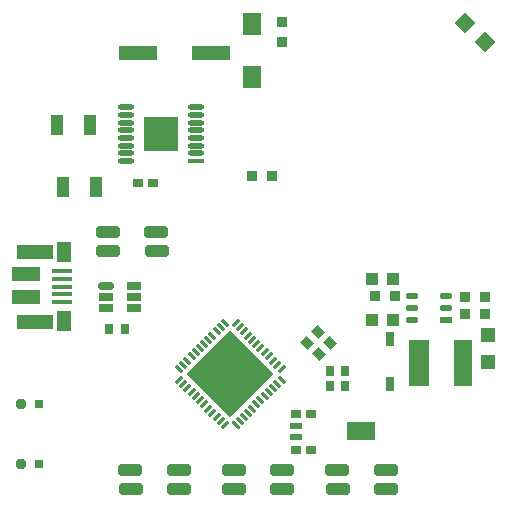
<source format=gtp>
G04 Layer_Color=8421504*
%FSLAX25Y25*%
%MOIN*%
G70*
G01*
G75*
%ADD11R,0.06693X0.15748*%
%ADD12R,0.06299X0.15748*%
%ADD13R,0.03000X0.05000*%
%ADD14R,0.03500X0.03500*%
%ADD15R,0.03150X0.03347*%
G04:AMPARAMS|DCode=16|XSize=35.43mil|YSize=29.53mil|CornerRadius=0mil|HoleSize=0mil|Usage=FLASHONLY|Rotation=135.000|XOffset=0mil|YOffset=0mil|HoleType=Round|Shape=Rectangle|*
%AMROTATEDRECTD16*
4,1,4,0.02297,-0.00209,0.00209,-0.02297,-0.02297,0.00209,-0.00209,0.02297,0.02297,-0.00209,0.0*
%
%ADD16ROTATEDRECTD16*%

%ADD17R,0.09449X0.05906*%
%ADD18R,0.04331X0.02362*%
%ADD19R,0.03937X0.06693*%
%ADD20R,0.06000X0.07500*%
G04:AMPARAMS|DCode=21|XSize=78.74mil|YSize=39.37mil|CornerRadius=9.84mil|HoleSize=0mil|Usage=FLASHONLY|Rotation=180.000|XOffset=0mil|YOffset=0mil|HoleType=Round|Shape=RoundedRectangle|*
%AMROUNDEDRECTD21*
21,1,0.07874,0.01969,0,0,180.0*
21,1,0.05906,0.03937,0,0,180.0*
1,1,0.01969,-0.02953,0.00984*
1,1,0.01969,0.02953,0.00984*
1,1,0.01969,0.02953,-0.00984*
1,1,0.01969,-0.02953,-0.00984*
%
%ADD21ROUNDEDRECTD21*%
%ADD22R,0.12500X0.04500*%
%ADD23R,0.04724X0.07087*%
%ADD24R,0.12205X0.04724*%
%ADD25R,0.09449X0.04724*%
%ADD26R,0.06890X0.01575*%
G04:AMPARAMS|DCode=27|XSize=9.84mil|YSize=33.47mil|CornerRadius=2.46mil|HoleSize=0mil|Usage=FLASHONLY|Rotation=225.000|XOffset=0mil|YOffset=0mil|HoleType=Round|Shape=RoundedRectangle|*
%AMROUNDEDRECTD27*
21,1,0.00984,0.02854,0,0,225.0*
21,1,0.00492,0.03347,0,0,225.0*
1,1,0.00492,-0.01183,0.00835*
1,1,0.00492,-0.00835,0.01183*
1,1,0.00492,0.01183,-0.00835*
1,1,0.00492,0.00835,-0.01183*
%
%ADD27ROUNDEDRECTD27*%
G04:AMPARAMS|DCode=28|XSize=9.84mil|YSize=35.43mil|CornerRadius=0mil|HoleSize=0mil|Usage=FLASHONLY|Rotation=225.000|XOffset=0mil|YOffset=0mil|HoleType=Round|Shape=Round|*
%AMOVALD28*
21,1,0.02559,0.00984,0.00000,0.00000,315.0*
1,1,0.00984,-0.00905,0.00905*
1,1,0.00984,0.00905,-0.00905*
%
%ADD28OVALD28*%

G04:AMPARAMS|DCode=29|XSize=9.84mil|YSize=33.47mil|CornerRadius=0mil|HoleSize=0mil|Usage=FLASHONLY|Rotation=225.000|XOffset=0mil|YOffset=0mil|HoleType=Round|Shape=Round|*
%AMOVALD29*
21,1,0.02362,0.00984,0.00000,0.00000,315.0*
1,1,0.00984,-0.00835,0.00835*
1,1,0.00984,0.00835,-0.00835*
%
%ADD29OVALD29*%

G04:AMPARAMS|DCode=30|XSize=9.84mil|YSize=33.47mil|CornerRadius=0mil|HoleSize=0mil|Usage=FLASHONLY|Rotation=135.000|XOffset=0mil|YOffset=0mil|HoleType=Round|Shape=Round|*
%AMOVALD30*
21,1,0.02362,0.00984,0.00000,0.00000,225.0*
1,1,0.00984,0.00835,0.00835*
1,1,0.00984,-0.00835,-0.00835*
%
%ADD30OVALD30*%

G04:AMPARAMS|DCode=31|XSize=9.84mil|YSize=35.43mil|CornerRadius=0mil|HoleSize=0mil|Usage=FLASHONLY|Rotation=135.000|XOffset=0mil|YOffset=0mil|HoleType=Round|Shape=Round|*
%AMOVALD31*
21,1,0.02559,0.00984,0.00000,0.00000,225.0*
1,1,0.00984,0.00905,0.00905*
1,1,0.00984,-0.00905,-0.00905*
%
%ADD31OVALD31*%

%ADD32P,0.28674X4X180.0*%
%ADD33R,0.05118X0.02756*%
G04:AMPARAMS|DCode=34|XSize=27.56mil|YSize=51.18mil|CornerRadius=6.89mil|HoleSize=0mil|Usage=FLASHONLY|Rotation=90.000|XOffset=0mil|YOffset=0mil|HoleType=Round|Shape=RoundedRectangle|*
%AMROUNDEDRECTD34*
21,1,0.02756,0.03740,0,0,90.0*
21,1,0.01378,0.05118,0,0,90.0*
1,1,0.01378,0.01870,0.00689*
1,1,0.01378,0.01870,-0.00689*
1,1,0.01378,-0.01870,-0.00689*
1,1,0.01378,-0.01870,0.00689*
%
%ADD34ROUNDEDRECTD34*%
%ADD35R,0.03150X0.03150*%
G04:AMPARAMS|DCode=36|XSize=31.5mil|YSize=31.5mil|CornerRadius=7.87mil|HoleSize=0mil|Usage=FLASHONLY|Rotation=90.000|XOffset=0mil|YOffset=0mil|HoleType=Round|Shape=RoundedRectangle|*
%AMROUNDEDRECTD36*
21,1,0.03150,0.01575,0,0,90.0*
21,1,0.01575,0.03150,0,0,90.0*
1,1,0.01575,0.00787,0.00787*
1,1,0.01575,0.00787,-0.00787*
1,1,0.01575,-0.00787,-0.00787*
1,1,0.01575,-0.00787,0.00787*
%
%ADD36ROUNDEDRECTD36*%
%ADD37R,0.03347X0.03150*%
%ADD38R,0.05512X0.01772*%
%ADD39O,0.05512X0.01772*%
%ADD40R,0.11811X0.11811*%
%ADD41P,0.07071X4X180.0*%
%ADD42O,0.04331X0.02000*%
%ADD43R,0.04331X0.02000*%
%ADD44R,0.05000X0.05000*%
%ADD45R,0.04000X0.04000*%
%ADD46R,0.02953X0.03543*%
%ADD47R,0.03500X0.03500*%
D11*
X114669Y23646D02*
D03*
D12*
X129236D02*
D03*
D13*
X105000Y31500D02*
D03*
Y16500D02*
D03*
D14*
X65600Y86000D02*
D03*
X59000D02*
D03*
X106500Y46000D02*
D03*
X99900D02*
D03*
X136500Y45500D02*
D03*
X129900D02*
D03*
X136500Y40000D02*
D03*
X129900D02*
D03*
D15*
X90000Y16039D02*
D03*
Y20961D02*
D03*
X85000Y16039D02*
D03*
Y20961D02*
D03*
D16*
X84879Y30379D02*
D03*
X81121Y26621D02*
D03*
X80879Y33879D02*
D03*
X77121Y30121D02*
D03*
D17*
X95350Y772D02*
D03*
D18*
X73500Y2543D02*
D03*
Y-1000D02*
D03*
D19*
X4812Y102800D02*
D03*
X-6212D02*
D03*
X6912Y82100D02*
D03*
X-4112D02*
D03*
D20*
X59000Y119000D02*
D03*
Y136600D02*
D03*
D21*
X87500Y-18299D02*
D03*
X103500D02*
D03*
X87358Y-12000D02*
D03*
X103500D02*
D03*
X27000Y67299D02*
D03*
X11000D02*
D03*
X27142Y61000D02*
D03*
X11000D02*
D03*
X34500Y-12000D02*
D03*
X18358D02*
D03*
X34500Y-18299D02*
D03*
X18500D02*
D03*
X69000Y-12000D02*
D03*
X52858D02*
D03*
X69000Y-18299D02*
D03*
X53000D02*
D03*
D22*
X45300Y126943D02*
D03*
X20900Y127000D02*
D03*
D23*
X-3687Y60443D02*
D03*
X-3800Y37600D02*
D03*
D24*
X-13400Y60500D02*
D03*
Y37200D02*
D03*
D25*
X-16311Y45457D02*
D03*
Y53331D02*
D03*
D26*
X-4500Y46441D02*
D03*
Y43882D02*
D03*
Y49000D02*
D03*
Y51559D02*
D03*
Y54118D02*
D03*
D27*
X53465Y2735D02*
D03*
D28*
X54788Y4197D02*
D03*
X56180Y5589D02*
D03*
X57572Y6981D02*
D03*
X58964Y8372D02*
D03*
X60356Y9764D02*
D03*
X61748Y11156D02*
D03*
X63140Y12548D02*
D03*
X64531Y13940D02*
D03*
X65923Y15332D02*
D03*
X67315Y16724D02*
D03*
X48524Y35515D02*
D03*
X47132Y34123D02*
D03*
X45740Y32731D02*
D03*
X44348Y31340D02*
D03*
X42956Y29948D02*
D03*
X41564Y28556D02*
D03*
X40172Y27164D02*
D03*
X38781Y25772D02*
D03*
X37389Y24380D02*
D03*
X35997Y22988D02*
D03*
D29*
X68777Y18047D02*
D03*
X49847Y36977D02*
D03*
X34535Y21665D02*
D03*
D30*
X68777D02*
D03*
X53465Y36977D02*
D03*
X34535Y18047D02*
D03*
X49847Y2735D02*
D03*
D31*
X67315Y22988D02*
D03*
X65923Y24380D02*
D03*
X64531Y25772D02*
D03*
X63140Y27164D02*
D03*
X61748Y28556D02*
D03*
X60356Y29948D02*
D03*
X58964Y31340D02*
D03*
X57572Y32731D02*
D03*
X56180Y34123D02*
D03*
X54788Y35515D02*
D03*
X35997Y16724D02*
D03*
X37389Y15332D02*
D03*
X38781Y13940D02*
D03*
X40172Y12548D02*
D03*
X41564Y11156D02*
D03*
X42956Y9764D02*
D03*
X44348Y8372D02*
D03*
X45740Y6981D02*
D03*
X47132Y5589D02*
D03*
X48524Y4197D02*
D03*
D32*
X51656Y19856D02*
D03*
D33*
X19624Y49340D02*
D03*
Y45600D02*
D03*
Y41860D02*
D03*
X10176D02*
D03*
Y45600D02*
D03*
D34*
Y49340D02*
D03*
D35*
X-12094Y-10000D02*
D03*
X-12094Y10000D02*
D03*
D36*
X-18000Y-10000D02*
D03*
X-18000Y10000D02*
D03*
D37*
X73539Y6500D02*
D03*
X78461D02*
D03*
X73539Y-5500D02*
D03*
X78461D02*
D03*
X21039Y83500D02*
D03*
X25961D02*
D03*
D38*
X40214Y90843D02*
D03*
D39*
Y93402D02*
D03*
Y95962D02*
D03*
Y98521D02*
D03*
Y101080D02*
D03*
Y103639D02*
D03*
Y106198D02*
D03*
Y108757D02*
D03*
X16986Y90843D02*
D03*
Y93402D02*
D03*
Y95962D02*
D03*
Y98521D02*
D03*
Y101080D02*
D03*
Y103639D02*
D03*
Y106198D02*
D03*
Y108757D02*
D03*
D40*
X28600Y99800D02*
D03*
D41*
X129995Y137005D02*
D03*
X136500Y130500D02*
D03*
D42*
X112287Y38000D02*
D03*
Y42000D02*
D03*
Y46000D02*
D03*
X123500D02*
D03*
Y42000D02*
D03*
D43*
Y38000D02*
D03*
D44*
X137500Y23800D02*
D03*
Y33000D02*
D03*
D45*
X106000Y38000D02*
D03*
X99000D02*
D03*
Y51500D02*
D03*
X106000D02*
D03*
D46*
X16657Y35000D02*
D03*
X11343D02*
D03*
D47*
X69000Y130500D02*
D03*
Y137100D02*
D03*
M02*

</source>
